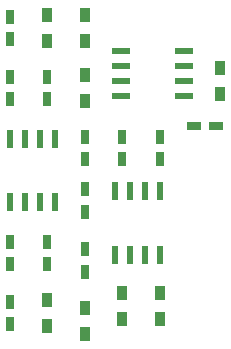
<source format=gtp>
G04 #@! TF.FileFunction,Paste,Top*
%FSLAX46Y46*%
G04 Gerber Fmt 4.6, Leading zero omitted, Abs format (unit mm)*
G04 Created by KiCad (PCBNEW 4.0.7-e2-6376~58~ubuntu17.04.1) date Wed Oct  4 03:32:47 2017*
%MOMM*%
%LPD*%
G01*
G04 APERTURE LIST*
%ADD10C,0.100000*%
%ADD11R,0.750000X1.200000*%
%ADD12R,1.200000X0.750000*%
%ADD13R,0.900000X1.200000*%
%ADD14R,0.600000X1.550000*%
%ADD15R,1.550000X0.600000*%
G04 APERTURE END LIST*
D10*
D11*
X152400000Y-112710000D03*
X152400000Y-110810000D03*
X149225000Y-112710000D03*
X149225000Y-110810000D03*
X149225000Y-98740000D03*
X149225000Y-96840000D03*
X149225000Y-117790000D03*
X149225000Y-115890000D03*
X152400000Y-96840000D03*
X152400000Y-98740000D03*
X155575000Y-113345000D03*
X155575000Y-111445000D03*
D12*
X166685000Y-100965000D03*
X164785000Y-100965000D03*
D11*
X155575000Y-108265000D03*
X155575000Y-106365000D03*
X155575000Y-103820000D03*
X155575000Y-101920000D03*
X149225000Y-91760000D03*
X149225000Y-93660000D03*
X158750000Y-101920000D03*
X158750000Y-103820000D03*
X161925000Y-103820000D03*
X161925000Y-101920000D03*
D13*
X167005000Y-96055000D03*
X167005000Y-98255000D03*
X155575000Y-96690000D03*
X155575000Y-98890000D03*
X152400000Y-117940000D03*
X152400000Y-115740000D03*
X155575000Y-116375000D03*
X155575000Y-118575000D03*
X155575000Y-91610000D03*
X155575000Y-93810000D03*
X152400000Y-91610000D03*
X152400000Y-93810000D03*
X158750000Y-117305000D03*
X158750000Y-115105000D03*
X161925000Y-115105000D03*
X161925000Y-117305000D03*
D14*
X161925000Y-106520000D03*
X160655000Y-106520000D03*
X159385000Y-106520000D03*
X158115000Y-106520000D03*
X158115000Y-111920000D03*
X159385000Y-111920000D03*
X160655000Y-111920000D03*
X161925000Y-111920000D03*
X153035000Y-102075000D03*
X151765000Y-102075000D03*
X150495000Y-102075000D03*
X149225000Y-102075000D03*
X149225000Y-107475000D03*
X150495000Y-107475000D03*
X151765000Y-107475000D03*
X153035000Y-107475000D03*
D15*
X163990000Y-98425000D03*
X163990000Y-97155000D03*
X163990000Y-95885000D03*
X163990000Y-94615000D03*
X158590000Y-94615000D03*
X158590000Y-95885000D03*
X158590000Y-97155000D03*
X158590000Y-98425000D03*
M02*

</source>
